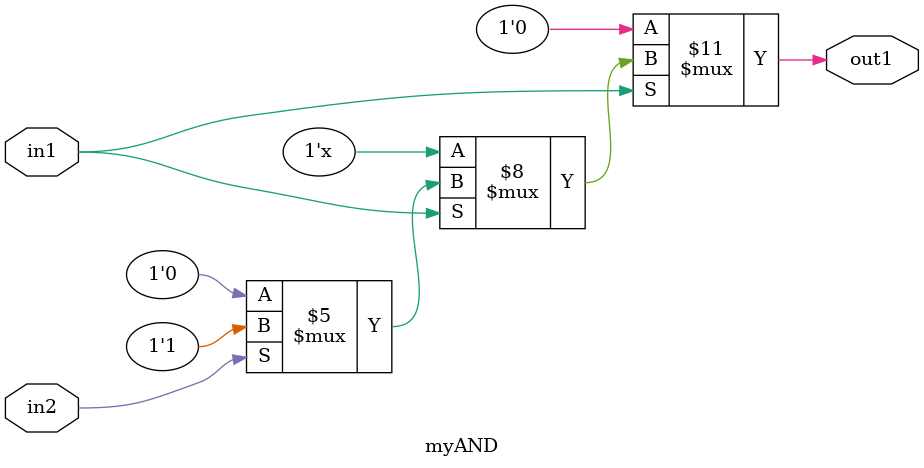
<source format=v>
module myAND(in1, in2, out1);

	input in1, in2;
	output out1;
	reg out1;
	
	always@(in1, in2) begin
		if(in1 == 0) begin
			out1 = 0;
		end
		else begin
			if(in2 == 0) begin
				out1 = 0;
			end
			
			else begin
				out1 = 1;
			end
		end
	end

endmodule
</source>
